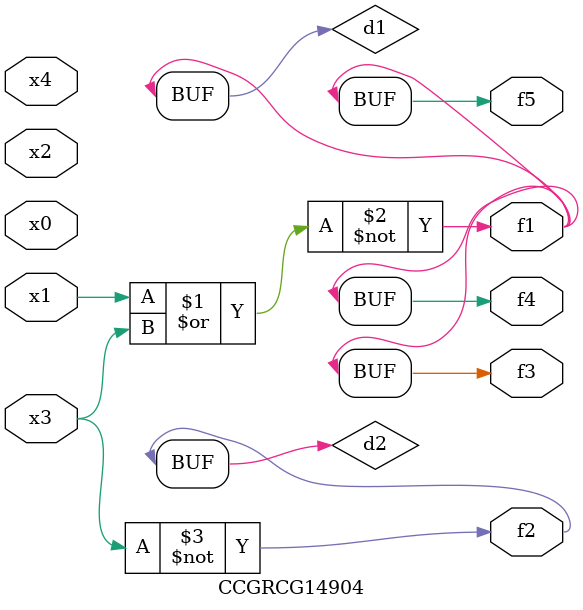
<source format=v>
module CCGRCG14904(
	input x0, x1, x2, x3, x4,
	output f1, f2, f3, f4, f5
);

	wire d1, d2;

	nor (d1, x1, x3);
	not (d2, x3);
	assign f1 = d1;
	assign f2 = d2;
	assign f3 = d1;
	assign f4 = d1;
	assign f5 = d1;
endmodule

</source>
